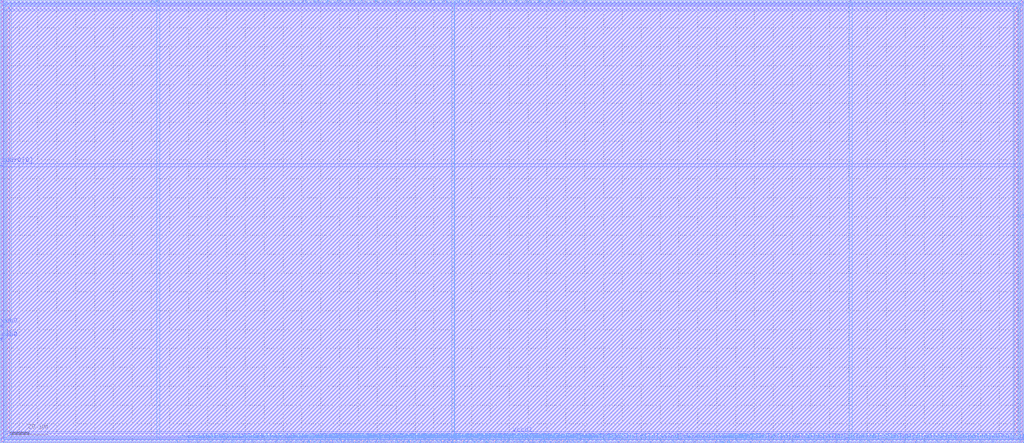
<source format=lef>
VERSION 5.4 ;
NAMESCASESENSITIVE ON ;
BUSBITCHARS "[]" ;
DIVIDERCHAR "/" ;
UNITS
  DATABASE MICRONS 2000 ;
END UNITS
MACRO sky130_sram_0kbytes_1rw1r_50x32_2
   CLASS BLOCK ;
   SIZE 543.02 BY 234.98 ;
   SYMMETRY X Y R90 ;
   PIN din0[0]
      DIRECTION INPUT ;
      PORT
         LAYER met4 ;
         RECT  240.04 0.0 240.42 1.06 ;
      END
   END din0[0]
   PIN din0[1]
      DIRECTION INPUT ;
      PORT
         LAYER met4 ;
         RECT  245.48 0.0 245.86 1.06 ;
      END
   END din0[1]
   PIN din0[2]
      DIRECTION INPUT ;
      PORT
         LAYER met4 ;
         RECT  251.6 0.0 251.98 1.06 ;
      END
   END din0[2]
   PIN din0[3]
      DIRECTION INPUT ;
      PORT
         LAYER met4 ;
         RECT  257.72 0.0 258.1 1.06 ;
      END
   END din0[3]
   PIN din0[4]
      DIRECTION INPUT ;
      PORT
         LAYER met4 ;
         RECT  262.48 0.0 262.86 1.06 ;
      END
   END din0[4]
   PIN din0[5]
      DIRECTION INPUT ;
      PORT
         LAYER met4 ;
         RECT  268.6 0.0 268.98 1.06 ;
      END
   END din0[5]
   PIN din0[6]
      DIRECTION INPUT ;
      PORT
         LAYER met4 ;
         RECT  274.04 0.0 274.42 1.06 ;
      END
   END din0[6]
   PIN din0[7]
      DIRECTION INPUT ;
      PORT
         LAYER met4 ;
         RECT  280.84 0.0 281.22 1.06 ;
      END
   END din0[7]
   PIN din0[8]
      DIRECTION INPUT ;
      PORT
         LAYER met4 ;
         RECT  286.28 0.0 286.66 1.06 ;
      END
   END din0[8]
   PIN din0[9]
      DIRECTION INPUT ;
      PORT
         LAYER met4 ;
         RECT  291.72 0.0 292.1 1.06 ;
      END
   END din0[9]
   PIN din0[10]
      DIRECTION INPUT ;
      PORT
         LAYER met4 ;
         RECT  298.52 0.0 298.9 1.06 ;
      END
   END din0[10]
   PIN din0[11]
      DIRECTION INPUT ;
      PORT
         LAYER met4 ;
         RECT  303.96 0.0 304.34 1.06 ;
      END
   END din0[11]
   PIN din0[12]
      DIRECTION INPUT ;
      PORT
         LAYER met4 ;
         RECT  310.08 0.0 310.46 1.06 ;
      END
   END din0[12]
   PIN din0[13]
      DIRECTION INPUT ;
      PORT
         LAYER met4 ;
         RECT  316.2 0.0 316.58 1.06 ;
      END
   END din0[13]
   PIN din0[14]
      DIRECTION INPUT ;
      PORT
         LAYER met4 ;
         RECT  320.96 0.0 321.34 1.06 ;
      END
   END din0[14]
   PIN din0[15]
      DIRECTION INPUT ;
      PORT
         LAYER met4 ;
         RECT  327.76 0.0 328.14 1.06 ;
      END
   END din0[15]
   PIN din0[16]
      DIRECTION INPUT ;
      PORT
         LAYER met4 ;
         RECT  332.52 0.0 332.9 1.06 ;
      END
   END din0[16]
   PIN din0[17]
      DIRECTION INPUT ;
      PORT
         LAYER met4 ;
         RECT  338.64 0.0 339.02 1.06 ;
      END
   END din0[17]
   PIN din0[18]
      DIRECTION INPUT ;
      PORT
         LAYER met4 ;
         RECT  344.76 0.0 345.14 1.06 ;
      END
   END din0[18]
   PIN din0[19]
      DIRECTION INPUT ;
      PORT
         LAYER met4 ;
         RECT  350.88 0.0 351.26 1.06 ;
      END
   END din0[19]
   PIN din0[20]
      DIRECTION INPUT ;
      PORT
         LAYER met4 ;
         RECT  357.0 0.0 357.38 1.06 ;
      END
   END din0[20]
   PIN din0[21]
      DIRECTION INPUT ;
      PORT
         LAYER met4 ;
         RECT  362.44 0.0 362.82 1.06 ;
      END
   END din0[21]
   PIN din0[22]
      DIRECTION INPUT ;
      PORT
         LAYER met4 ;
         RECT  367.88 0.0 368.26 1.06 ;
      END
   END din0[22]
   PIN din0[23]
      DIRECTION INPUT ;
      PORT
         LAYER met4 ;
         RECT  374.0 0.0 374.38 1.06 ;
      END
   END din0[23]
   PIN din0[24]
      DIRECTION INPUT ;
      PORT
         LAYER met4 ;
         RECT  379.44 0.0 379.82 1.06 ;
      END
   END din0[24]
   PIN din0[25]
      DIRECTION INPUT ;
      PORT
         LAYER met4 ;
         RECT  385.56 0.0 385.94 1.06 ;
      END
   END din0[25]
   PIN din0[26]
      DIRECTION INPUT ;
      PORT
         LAYER met4 ;
         RECT  391.0 0.0 391.38 1.06 ;
      END
   END din0[26]
   PIN din0[27]
      DIRECTION INPUT ;
      PORT
         LAYER met4 ;
         RECT  397.8 0.0 398.18 1.06 ;
      END
   END din0[27]
   PIN din0[28]
      DIRECTION INPUT ;
      PORT
         LAYER met4 ;
         RECT  402.56 0.0 402.94 1.06 ;
      END
   END din0[28]
   PIN din0[29]
      DIRECTION INPUT ;
      PORT
         LAYER met4 ;
         RECT  408.68 0.0 409.06 1.06 ;
      END
   END din0[29]
   PIN din0[30]
      DIRECTION INPUT ;
      PORT
         LAYER met4 ;
         RECT  415.48 0.0 415.86 1.06 ;
      END
   END din0[30]
   PIN din0[31]
      DIRECTION INPUT ;
      PORT
         LAYER met4 ;
         RECT  420.24 0.0 420.62 1.06 ;
      END
   END din0[31]
   PIN din0[32]
      DIRECTION INPUT ;
      PORT
         LAYER met4 ;
         RECT  427.04 0.0 427.42 1.06 ;
      END
   END din0[32]
   PIN din0[33]
      DIRECTION INPUT ;
      PORT
         LAYER met4 ;
         RECT  431.8 0.0 432.18 1.06 ;
      END
   END din0[33]
   PIN din0[34]
      DIRECTION INPUT ;
      PORT
         LAYER met4 ;
         RECT  437.92 0.0 438.3 1.06 ;
      END
   END din0[34]
   PIN din0[35]
      DIRECTION INPUT ;
      PORT
         LAYER met4 ;
         RECT  443.36 0.0 443.74 1.06 ;
      END
   END din0[35]
   PIN din0[36]
      DIRECTION INPUT ;
      PORT
         LAYER met4 ;
         RECT  449.48 0.0 449.86 1.06 ;
      END
   END din0[36]
   PIN din0[37]
      DIRECTION INPUT ;
      PORT
         LAYER met4 ;
         RECT  456.28 0.0 456.66 1.06 ;
      END
   END din0[37]
   PIN din0[38]
      DIRECTION INPUT ;
      PORT
         LAYER met4 ;
         RECT  461.04 0.0 461.42 1.06 ;
      END
   END din0[38]
   PIN din0[39]
      DIRECTION INPUT ;
      PORT
         LAYER met4 ;
         RECT  467.84 0.0 468.22 1.06 ;
      END
   END din0[39]
   PIN din0[40]
      DIRECTION INPUT ;
      PORT
         LAYER met4 ;
         RECT  472.6 0.0 472.98 1.06 ;
      END
   END din0[40]
   PIN din0[41]
      DIRECTION INPUT ;
      PORT
         LAYER met4 ;
         RECT  479.4 0.0 479.78 1.06 ;
      END
   END din0[41]
   PIN din0[42]
      DIRECTION INPUT ;
      PORT
         LAYER met4 ;
         RECT  485.52 0.0 485.9 1.06 ;
      END
   END din0[42]
   PIN din0[43]
      DIRECTION INPUT ;
      PORT
         LAYER met4 ;
         RECT  490.28 0.0 490.66 1.06 ;
      END
   END din0[43]
   PIN din0[44]
      DIRECTION INPUT ;
      PORT
         LAYER met4 ;
         RECT  497.08 0.0 497.46 1.06 ;
      END
   END din0[44]
   PIN din0[45]
      DIRECTION INPUT ;
      PORT
         LAYER met4 ;
         RECT  502.52 0.0 502.9 1.06 ;
      END
   END din0[45]
   PIN din0[46]
      DIRECTION INPUT ;
      PORT
         LAYER met4 ;
         RECT  508.64 0.0 509.02 1.06 ;
      END
   END din0[46]
   PIN din0[47]
      DIRECTION INPUT ;
      PORT
         LAYER met4 ;
         RECT  514.76 0.0 515.14 1.06 ;
      END
   END din0[47]
   PIN din0[48]
      DIRECTION INPUT ;
      PORT
         LAYER met4 ;
         RECT  520.2 0.0 520.58 1.06 ;
      END
   END din0[48]
   PIN din0[49]
      DIRECTION INPUT ;
      PORT
         LAYER met4 ;
         RECT  526.32 0.0 526.7 1.06 ;
      END
   END din0[49]
   PIN addr0[0]
      DIRECTION INPUT ;
      PORT
         LAYER met3 ;
         RECT  0.0 146.88 1.06 147.26 ;
      END
   END addr0[0]
   PIN addr0[1]
      DIRECTION INPUT ;
      PORT
         LAYER met4 ;
         RECT  83.64 233.92 84.02 234.98 ;
      END
   END addr0[1]
   PIN addr0[2]
      DIRECTION INPUT ;
      PORT
         LAYER met4 ;
         RECT  80.24 233.92 80.62 234.98 ;
      END
   END addr0[2]
   PIN addr0[3]
      DIRECTION INPUT ;
      PORT
         LAYER met4 ;
         RECT  82.96 233.92 83.34 234.98 ;
      END
   END addr0[3]
   PIN addr0[4]
      DIRECTION INPUT ;
      PORT
         LAYER met4 ;
         RECT  82.28 233.92 82.66 234.98 ;
      END
   END addr0[4]
   PIN addr1[0]
      DIRECTION INPUT ;
      PORT
         LAYER met4 ;
         RECT  382.16 0.0 382.54 1.06 ;
      END
   END addr1[0]
   PIN addr1[1]
      DIRECTION INPUT ;
      PORT
         LAYER met4 ;
         RECT  386.92 0.0 387.3 1.06 ;
      END
   END addr1[1]
   PIN addr1[2]
      DIRECTION INPUT ;
      PORT
         LAYER met4 ;
         RECT  386.24 0.0 386.62 1.06 ;
      END
   END addr1[2]
   PIN addr1[3]
      DIRECTION INPUT ;
      PORT
         LAYER met4 ;
         RECT  382.84 0.0 383.22 1.06 ;
      END
   END addr1[3]
   PIN addr1[4]
      DIRECTION INPUT ;
      PORT
         LAYER met4 ;
         RECT  383.52 0.0 383.9 1.06 ;
      END
   END addr1[4]
   PIN csb0
      DIRECTION INPUT ;
      PORT
         LAYER met3 ;
         RECT  0.0 54.4 1.06 54.78 ;
      END
   END csb0
   PIN csb1
      DIRECTION INPUT ;
      PORT
         LAYER met4 ;
         RECT  450.84 233.92 451.22 234.98 ;
      END
   END csb1
   PIN web0
      DIRECTION INPUT ;
      PORT
         LAYER met3 ;
         RECT  0.0 61.88 1.06 62.26 ;
      END
   END web0
   PIN clk0
      DIRECTION INPUT ;
      PORT
         LAYER met3 ;
         RECT  0.0 55.08 1.06 55.46 ;
      END
   END clk0
   PIN clk1
      DIRECTION INPUT ;
      PORT
         LAYER met4 ;
         RECT  433.84 233.92 434.22 234.98 ;
      END
   END clk1
   PIN wmask0[0]
      DIRECTION INPUT ;
      PORT
         LAYER met4 ;
         RECT  93.84 0.0 94.22 1.06 ;
      END
   END wmask0[0]
   PIN wmask0[1]
      DIRECTION INPUT ;
      PORT
         LAYER met4 ;
         RECT  99.96 0.0 100.34 1.06 ;
      END
   END wmask0[1]
   PIN wmask0[2]
      DIRECTION INPUT ;
      PORT
         LAYER met4 ;
         RECT  104.72 0.0 105.1 1.06 ;
      END
   END wmask0[2]
   PIN wmask0[3]
      DIRECTION INPUT ;
      PORT
         LAYER met4 ;
         RECT  111.52 0.0 111.9 1.06 ;
      END
   END wmask0[3]
   PIN wmask0[4]
      DIRECTION INPUT ;
      PORT
         LAYER met4 ;
         RECT  117.64 0.0 118.02 1.06 ;
      END
   END wmask0[4]
   PIN wmask0[5]
      DIRECTION INPUT ;
      PORT
         LAYER met4 ;
         RECT  123.08 0.0 123.46 1.06 ;
      END
   END wmask0[5]
   PIN wmask0[6]
      DIRECTION INPUT ;
      PORT
         LAYER met4 ;
         RECT  129.2 0.0 129.58 1.06 ;
      END
   END wmask0[6]
   PIN wmask0[7]
      DIRECTION INPUT ;
      PORT
         LAYER met4 ;
         RECT  133.96 0.0 134.34 1.06 ;
      END
   END wmask0[7]
   PIN wmask0[8]
      DIRECTION INPUT ;
      PORT
         LAYER met4 ;
         RECT  140.76 0.0 141.14 1.06 ;
      END
   END wmask0[8]
   PIN wmask0[9]
      DIRECTION INPUT ;
      PORT
         LAYER met4 ;
         RECT  146.2 0.0 146.58 1.06 ;
      END
   END wmask0[9]
   PIN wmask0[10]
      DIRECTION INPUT ;
      PORT
         LAYER met4 ;
         RECT  151.64 0.0 152.02 1.06 ;
      END
   END wmask0[10]
   PIN wmask0[11]
      DIRECTION INPUT ;
      PORT
         LAYER met4 ;
         RECT  157.08 0.0 157.46 1.06 ;
      END
   END wmask0[11]
   PIN wmask0[12]
      DIRECTION INPUT ;
      PORT
         LAYER met4 ;
         RECT  163.2 0.0 163.58 1.06 ;
      END
   END wmask0[12]
   PIN wmask0[13]
      DIRECTION INPUT ;
      PORT
         LAYER met4 ;
         RECT  169.32 0.0 169.7 1.06 ;
      END
   END wmask0[13]
   PIN wmask0[14]
      DIRECTION INPUT ;
      PORT
         LAYER met4 ;
         RECT  174.76 0.0 175.14 1.06 ;
      END
   END wmask0[14]
   PIN wmask0[15]
      DIRECTION INPUT ;
      PORT
         LAYER met4 ;
         RECT  180.88 0.0 181.26 1.06 ;
      END
   END wmask0[15]
   PIN wmask0[16]
      DIRECTION INPUT ;
      PORT
         LAYER met4 ;
         RECT  187.0 0.0 187.38 1.06 ;
      END
   END wmask0[16]
   PIN wmask0[17]
      DIRECTION INPUT ;
      PORT
         LAYER met4 ;
         RECT  192.44 0.0 192.82 1.06 ;
      END
   END wmask0[17]
   PIN wmask0[18]
      DIRECTION INPUT ;
      PORT
         LAYER met4 ;
         RECT  199.24 0.0 199.62 1.06 ;
      END
   END wmask0[18]
   PIN wmask0[19]
      DIRECTION INPUT ;
      PORT
         LAYER met4 ;
         RECT  204.0 0.0 204.38 1.06 ;
      END
   END wmask0[19]
   PIN wmask0[20]
      DIRECTION INPUT ;
      PORT
         LAYER met4 ;
         RECT  210.8 0.0 211.18 1.06 ;
      END
   END wmask0[20]
   PIN wmask0[21]
      DIRECTION INPUT ;
      PORT
         LAYER met4 ;
         RECT  216.92 0.0 217.3 1.06 ;
      END
   END wmask0[21]
   PIN wmask0[22]
      DIRECTION INPUT ;
      PORT
         LAYER met4 ;
         RECT  222.36 0.0 222.74 1.06 ;
      END
   END wmask0[22]
   PIN wmask0[23]
      DIRECTION INPUT ;
      PORT
         LAYER met4 ;
         RECT  227.8 0.0 228.18 1.06 ;
      END
   END wmask0[23]
   PIN wmask0[24]
      DIRECTION INPUT ;
      PORT
         LAYER met4 ;
         RECT  233.92 0.0 234.3 1.06 ;
      END
   END wmask0[24]
   PIN dout0[0]
      DIRECTION OUTPUT ;
      PORT
         LAYER met4 ;
         RECT  153.68 0.0 154.06 1.06 ;
      END
   END dout0[0]
   PIN dout0[1]
      DIRECTION OUTPUT ;
      PORT
         LAYER met4 ;
         RECT  160.48 0.0 160.86 1.06 ;
      END
   END dout0[1]
   PIN dout0[2]
      DIRECTION OUTPUT ;
      PORT
         LAYER met4 ;
         RECT  163.88 0.0 164.26 1.06 ;
      END
   END dout0[2]
   PIN dout0[3]
      DIRECTION OUTPUT ;
      PORT
         LAYER met4 ;
         RECT  166.6 0.0 166.98 1.06 ;
      END
   END dout0[3]
   PIN dout0[4]
      DIRECTION OUTPUT ;
      PORT
         LAYER met4 ;
         RECT  170.0 0.0 170.38 1.06 ;
      END
   END dout0[4]
   PIN dout0[5]
      DIRECTION OUTPUT ;
      PORT
         LAYER met4 ;
         RECT  172.72 0.0 173.1 1.06 ;
      END
   END dout0[5]
   PIN dout0[6]
      DIRECTION OUTPUT ;
      PORT
         LAYER met4 ;
         RECT  176.12 0.0 176.5 1.06 ;
      END
   END dout0[6]
   PIN dout0[7]
      DIRECTION OUTPUT ;
      PORT
         LAYER met4 ;
         RECT  178.84 0.0 179.22 1.06 ;
      END
   END dout0[7]
   PIN dout0[8]
      DIRECTION OUTPUT ;
      PORT
         LAYER met4 ;
         RECT  182.24 0.0 182.62 1.06 ;
      END
   END dout0[8]
   PIN dout0[9]
      DIRECTION OUTPUT ;
      PORT
         LAYER met4 ;
         RECT  184.96 0.0 185.34 1.06 ;
      END
   END dout0[9]
   PIN dout0[10]
      DIRECTION OUTPUT ;
      PORT
         LAYER met4 ;
         RECT  188.36 0.0 188.74 1.06 ;
      END
   END dout0[10]
   PIN dout0[11]
      DIRECTION OUTPUT ;
      PORT
         LAYER met4 ;
         RECT  189.72 0.0 190.1 1.06 ;
      END
   END dout0[11]
   PIN dout0[12]
      DIRECTION OUTPUT ;
      PORT
         LAYER met4 ;
         RECT  194.48 0.0 194.86 1.06 ;
      END
   END dout0[12]
   PIN dout0[13]
      DIRECTION OUTPUT ;
      PORT
         LAYER met4 ;
         RECT  195.84 0.0 196.22 1.06 ;
      END
   END dout0[13]
   PIN dout0[14]
      DIRECTION OUTPUT ;
      PORT
         LAYER met4 ;
         RECT  200.6 0.0 200.98 1.06 ;
      END
   END dout0[14]
   PIN dout0[15]
      DIRECTION OUTPUT ;
      PORT
         LAYER met4 ;
         RECT  201.96 0.0 202.34 1.06 ;
      END
   END dout0[15]
   PIN dout0[16]
      DIRECTION OUTPUT ;
      PORT
         LAYER met4 ;
         RECT  207.4 0.0 207.78 1.06 ;
      END
   END dout0[16]
   PIN dout0[17]
      DIRECTION OUTPUT ;
      PORT
         LAYER met4 ;
         RECT  210.12 0.0 210.5 1.06 ;
      END
   END dout0[17]
   PIN dout0[18]
      DIRECTION OUTPUT ;
      PORT
         LAYER met4 ;
         RECT  213.52 0.0 213.9 1.06 ;
      END
   END dout0[18]
   PIN dout0[19]
      DIRECTION OUTPUT ;
      PORT
         LAYER met4 ;
         RECT  216.24 0.0 216.62 1.06 ;
      END
   END dout0[19]
   PIN dout0[20]
      DIRECTION OUTPUT ;
      PORT
         LAYER met4 ;
         RECT  219.64 0.0 220.02 1.06 ;
      END
   END dout0[20]
   PIN dout0[21]
      DIRECTION OUTPUT ;
      PORT
         LAYER met4 ;
         RECT  223.04 0.0 223.42 1.06 ;
      END
   END dout0[21]
   PIN dout0[22]
      DIRECTION OUTPUT ;
      PORT
         LAYER met4 ;
         RECT  225.76 0.0 226.14 1.06 ;
      END
   END dout0[22]
   PIN dout0[23]
      DIRECTION OUTPUT ;
      PORT
         LAYER met4 ;
         RECT  231.88 0.0 232.26 1.06 ;
      END
   END dout0[23]
   PIN dout0[24]
      DIRECTION OUTPUT ;
      PORT
         LAYER met4 ;
         RECT  235.28 0.0 235.66 1.06 ;
      END
   END dout0[24]
   PIN dout0[25]
      DIRECTION OUTPUT ;
      PORT
         LAYER met4 ;
         RECT  239.36 0.0 239.74 1.06 ;
      END
   END dout0[25]
   PIN dout0[26]
      DIRECTION OUTPUT ;
      PORT
         LAYER met4 ;
         RECT  237.32 0.0 237.7 1.06 ;
      END
   END dout0[26]
   PIN dout0[27]
      DIRECTION OUTPUT ;
      PORT
         LAYER met4 ;
         RECT  241.4 0.0 241.78 1.06 ;
      END
   END dout0[27]
   PIN dout0[28]
      DIRECTION OUTPUT ;
      PORT
         LAYER met4 ;
         RECT  246.16 0.0 246.54 1.06 ;
      END
   END dout0[28]
   PIN dout0[29]
      DIRECTION OUTPUT ;
      PORT
         LAYER met4 ;
         RECT  247.52 0.0 247.9 1.06 ;
      END
   END dout0[29]
   PIN dout0[30]
      DIRECTION OUTPUT ;
      PORT
         LAYER met4 ;
         RECT  250.92 0.0 251.3 1.06 ;
      END
   END dout0[30]
   PIN dout0[31]
      DIRECTION OUTPUT ;
      PORT
         LAYER met4 ;
         RECT  253.64 0.0 254.02 1.06 ;
      END
   END dout0[31]
   PIN dout0[32]
      DIRECTION OUTPUT ;
      PORT
         LAYER met4 ;
         RECT  257.04 0.0 257.42 1.06 ;
      END
   END dout0[32]
   PIN dout0[33]
      DIRECTION OUTPUT ;
      PORT
         LAYER met4 ;
         RECT  258.4 0.0 258.78 1.06 ;
      END
   END dout0[33]
   PIN dout0[34]
      DIRECTION OUTPUT ;
      PORT
         LAYER met4 ;
         RECT  263.16 0.0 263.54 1.06 ;
      END
   END dout0[34]
   PIN dout0[35]
      DIRECTION OUTPUT ;
      PORT
         LAYER met4 ;
         RECT  266.56 0.0 266.94 1.06 ;
      END
   END dout0[35]
   PIN dout0[36]
      DIRECTION OUTPUT ;
      PORT
         LAYER met4 ;
         RECT  269.28 0.0 269.66 1.06 ;
      END
   END dout0[36]
   PIN dout0[37]
      DIRECTION OUTPUT ;
      PORT
         LAYER met4 ;
         RECT  272.68 0.0 273.06 1.06 ;
      END
   END dout0[37]
   PIN dout0[38]
      DIRECTION OUTPUT ;
      PORT
         LAYER met4 ;
         RECT  276.08 0.0 276.46 1.06 ;
      END
   END dout0[38]
   PIN dout0[39]
      DIRECTION OUTPUT ;
      PORT
         LAYER met4 ;
         RECT  276.76 0.0 277.14 1.06 ;
      END
   END dout0[39]
   PIN dout0[40]
      DIRECTION OUTPUT ;
      PORT
         LAYER met4 ;
         RECT  282.2 0.0 282.58 1.06 ;
      END
   END dout0[40]
   PIN dout0[41]
      DIRECTION OUTPUT ;
      PORT
         LAYER met4 ;
         RECT  282.88 0.0 283.26 1.06 ;
      END
   END dout0[41]
   PIN dout0[42]
      DIRECTION OUTPUT ;
      PORT
         LAYER met4 ;
         RECT  288.32 0.0 288.7 1.06 ;
      END
   END dout0[42]
   PIN dout0[43]
      DIRECTION OUTPUT ;
      PORT
         LAYER met4 ;
         RECT  289.0 0.0 289.38 1.06 ;
      END
   END dout0[43]
   PIN dout0[44]
      DIRECTION OUTPUT ;
      PORT
         LAYER met4 ;
         RECT  294.44 0.0 294.82 1.06 ;
      END
   END dout0[44]
   PIN dout0[45]
      DIRECTION OUTPUT ;
      PORT
         LAYER met4 ;
         RECT  295.8 0.0 296.18 1.06 ;
      END
   END dout0[45]
   PIN dout0[46]
      DIRECTION OUTPUT ;
      PORT
         LAYER met4 ;
         RECT  300.56 0.0 300.94 1.06 ;
      END
   END dout0[46]
   PIN dout0[47]
      DIRECTION OUTPUT ;
      PORT
         LAYER met4 ;
         RECT  301.92 0.0 302.3 1.06 ;
      END
   END dout0[47]
   PIN dout0[48]
      DIRECTION OUTPUT ;
      PORT
         LAYER met4 ;
         RECT  306.68 0.0 307.06 1.06 ;
      END
   END dout0[48]
   PIN dout0[49]
      DIRECTION OUTPUT ;
      PORT
         LAYER met4 ;
         RECT  310.76 0.0 311.14 1.06 ;
      END
   END dout0[49]
   PIN dout1[0]
      DIRECTION OUTPUT ;
      PORT
         LAYER met4 ;
         RECT  155.04 233.92 155.42 234.98 ;
      END
   END dout1[0]
   PIN dout1[1]
      DIRECTION OUTPUT ;
      PORT
         LAYER met4 ;
         RECT  160.48 233.92 160.86 234.98 ;
      END
   END dout1[1]
   PIN dout1[2]
      DIRECTION OUTPUT ;
      PORT
         LAYER met4 ;
         RECT  161.84 233.92 162.22 234.98 ;
      END
   END dout1[2]
   PIN dout1[3]
      DIRECTION OUTPUT ;
      PORT
         LAYER met4 ;
         RECT  166.6 233.92 166.98 234.98 ;
      END
   END dout1[3]
   PIN dout1[4]
      DIRECTION OUTPUT ;
      PORT
         LAYER met4 ;
         RECT  168.64 233.92 169.02 234.98 ;
      END
   END dout1[4]
   PIN dout1[5]
      DIRECTION OUTPUT ;
      PORT
         LAYER met4 ;
         RECT  173.4 233.92 173.78 234.98 ;
      END
   END dout1[5]
   PIN dout1[6]
      DIRECTION OUTPUT ;
      PORT
         LAYER met4 ;
         RECT  174.08 233.92 174.46 234.98 ;
      END
   END dout1[6]
   PIN dout1[7]
      DIRECTION OUTPUT ;
      PORT
         LAYER met4 ;
         RECT  178.84 233.92 179.22 234.98 ;
      END
   END dout1[7]
   PIN dout1[8]
      DIRECTION OUTPUT ;
      PORT
         LAYER met4 ;
         RECT  180.2 233.92 180.58 234.98 ;
      END
   END dout1[8]
   PIN dout1[9]
      DIRECTION OUTPUT ;
      PORT
         LAYER met4 ;
         RECT  185.64 233.92 186.02 234.98 ;
      END
   END dout1[9]
   PIN dout1[10]
      DIRECTION OUTPUT ;
      PORT
         LAYER met4 ;
         RECT  187.0 233.92 187.38 234.98 ;
      END
   END dout1[10]
   PIN dout1[11]
      DIRECTION OUTPUT ;
      PORT
         LAYER met4 ;
         RECT  191.76 233.92 192.14 234.98 ;
      END
   END dout1[11]
   PIN dout1[12]
      DIRECTION OUTPUT ;
      PORT
         LAYER met4 ;
         RECT  193.12 233.92 193.5 234.98 ;
      END
   END dout1[12]
   PIN dout1[13]
      DIRECTION OUTPUT ;
      PORT
         LAYER met4 ;
         RECT  198.56 233.92 198.94 234.98 ;
      END
   END dout1[13]
   PIN dout1[14]
      DIRECTION OUTPUT ;
      PORT
         LAYER met4 ;
         RECT  199.24 233.92 199.62 234.98 ;
      END
   END dout1[14]
   PIN dout1[15]
      DIRECTION OUTPUT ;
      PORT
         LAYER met4 ;
         RECT  204.0 233.92 204.38 234.98 ;
      END
   END dout1[15]
   PIN dout1[16]
      DIRECTION OUTPUT ;
      PORT
         LAYER met4 ;
         RECT  205.36 233.92 205.74 234.98 ;
      END
   END dout1[16]
   PIN dout1[17]
      DIRECTION OUTPUT ;
      PORT
         LAYER met4 ;
         RECT  210.12 233.92 210.5 234.98 ;
      END
   END dout1[17]
   PIN dout1[18]
      DIRECTION OUTPUT ;
      PORT
         LAYER met4 ;
         RECT  211.48 233.92 211.86 234.98 ;
      END
   END dout1[18]
   PIN dout1[19]
      DIRECTION OUTPUT ;
      PORT
         LAYER met4 ;
         RECT  216.92 233.92 217.3 234.98 ;
      END
   END dout1[19]
   PIN dout1[20]
      DIRECTION OUTPUT ;
      PORT
         LAYER met4 ;
         RECT  218.28 233.92 218.66 234.98 ;
      END
   END dout1[20]
   PIN dout1[21]
      DIRECTION OUTPUT ;
      PORT
         LAYER met4 ;
         RECT  222.36 233.92 222.74 234.98 ;
      END
   END dout1[21]
   PIN dout1[22]
      DIRECTION OUTPUT ;
      PORT
         LAYER met4 ;
         RECT  224.4 233.92 224.78 234.98 ;
      END
   END dout1[22]
   PIN dout1[23]
      DIRECTION OUTPUT ;
      PORT
         LAYER met4 ;
         RECT  228.48 233.92 228.86 234.98 ;
      END
   END dout1[23]
   PIN dout1[24]
      DIRECTION OUTPUT ;
      PORT
         LAYER met4 ;
         RECT  229.84 233.92 230.22 234.98 ;
      END
   END dout1[24]
   PIN dout1[25]
      DIRECTION OUTPUT ;
      PORT
         LAYER met4 ;
         RECT  235.28 233.92 235.66 234.98 ;
      END
   END dout1[25]
   PIN dout1[26]
      DIRECTION OUTPUT ;
      PORT
         LAYER met4 ;
         RECT  236.64 233.92 237.02 234.98 ;
      END
   END dout1[26]
   PIN dout1[27]
      DIRECTION OUTPUT ;
      PORT
         LAYER met4 ;
         RECT  241.4 233.92 241.78 234.98 ;
      END
   END dout1[27]
   PIN dout1[28]
      DIRECTION OUTPUT ;
      PORT
         LAYER met4 ;
         RECT  243.44 233.92 243.82 234.98 ;
      END
   END dout1[28]
   PIN dout1[29]
      DIRECTION OUTPUT ;
      PORT
         LAYER met4 ;
         RECT  248.2 233.92 248.58 234.98 ;
      END
   END dout1[29]
   PIN dout1[30]
      DIRECTION OUTPUT ;
      PORT
         LAYER met4 ;
         RECT  249.56 233.92 249.94 234.98 ;
      END
   END dout1[30]
   PIN dout1[31]
      DIRECTION OUTPUT ;
      PORT
         LAYER met4 ;
         RECT  253.64 233.92 254.02 234.98 ;
      END
   END dout1[31]
   PIN dout1[32]
      DIRECTION OUTPUT ;
      PORT
         LAYER met4 ;
         RECT  255.0 233.92 255.38 234.98 ;
      END
   END dout1[32]
   PIN dout1[33]
      DIRECTION OUTPUT ;
      PORT
         LAYER met4 ;
         RECT  259.76 233.92 260.14 234.98 ;
      END
   END dout1[33]
   PIN dout1[34]
      DIRECTION OUTPUT ;
      PORT
         LAYER met4 ;
         RECT  261.8 233.92 262.18 234.98 ;
      END
   END dout1[34]
   PIN dout1[35]
      DIRECTION OUTPUT ;
      PORT
         LAYER met4 ;
         RECT  266.56 233.92 266.94 234.98 ;
      END
   END dout1[35]
   PIN dout1[36]
      DIRECTION OUTPUT ;
      PORT
         LAYER met4 ;
         RECT  267.92 233.92 268.3 234.98 ;
      END
   END dout1[36]
   PIN dout1[37]
      DIRECTION OUTPUT ;
      PORT
         LAYER met4 ;
         RECT  273.36 233.92 273.74 234.98 ;
      END
   END dout1[37]
   PIN dout1[38]
      DIRECTION OUTPUT ;
      PORT
         LAYER met4 ;
         RECT  274.04 233.92 274.42 234.98 ;
      END
   END dout1[38]
   PIN dout1[39]
      DIRECTION OUTPUT ;
      PORT
         LAYER met4 ;
         RECT  278.8 233.92 279.18 234.98 ;
      END
   END dout1[39]
   PIN dout1[40]
      DIRECTION OUTPUT ;
      PORT
         LAYER met4 ;
         RECT  280.84 233.92 281.22 234.98 ;
      END
   END dout1[40]
   PIN dout1[41]
      DIRECTION OUTPUT ;
      PORT
         LAYER met4 ;
         RECT  285.6 233.92 285.98 234.98 ;
      END
   END dout1[41]
   PIN dout1[42]
      DIRECTION OUTPUT ;
      PORT
         LAYER met4 ;
         RECT  286.28 233.92 286.66 234.98 ;
      END
   END dout1[42]
   PIN dout1[43]
      DIRECTION OUTPUT ;
      PORT
         LAYER met4 ;
         RECT  291.04 233.92 291.42 234.98 ;
      END
   END dout1[43]
   PIN dout1[44]
      DIRECTION OUTPUT ;
      PORT
         LAYER met4 ;
         RECT  292.4 233.92 292.78 234.98 ;
      END
   END dout1[44]
   PIN dout1[45]
      DIRECTION OUTPUT ;
      PORT
         LAYER met4 ;
         RECT  297.16 233.92 297.54 234.98 ;
      END
   END dout1[45]
   PIN dout1[46]
      DIRECTION OUTPUT ;
      PORT
         LAYER met4 ;
         RECT  298.52 233.92 298.9 234.98 ;
      END
   END dout1[46]
   PIN dout1[47]
      DIRECTION OUTPUT ;
      PORT
         LAYER met4 ;
         RECT  303.96 233.92 304.34 234.98 ;
      END
   END dout1[47]
   PIN dout1[48]
      DIRECTION OUTPUT ;
      PORT
         LAYER met4 ;
         RECT  305.32 233.92 305.7 234.98 ;
      END
   END dout1[48]
   PIN dout1[49]
      DIRECTION OUTPUT ;
      PORT
         LAYER met4 ;
         RECT  310.08 233.92 310.46 234.98 ;
      END
   END dout1[49]
   PIN vccd1
      DIRECTION INOUT ;
      USE POWER ; 
      SHAPE ABUTMENT ; 
      PORT
         LAYER met3 ;
         RECT  3.4 229.84 539.62 231.58 ;
         LAYER met3 ;
         RECT  3.4 3.4 539.62 5.14 ;
         LAYER met4 ;
         RECT  3.4 3.4 5.14 231.58 ;
         LAYER met4 ;
         RECT  537.88 3.4 539.62 231.58 ;
      END
   END vccd1
   PIN vssd1
      DIRECTION INOUT ;
      USE GROUND ; 
      SHAPE ABUTMENT ; 
      PORT
         LAYER met4 ;
         RECT  0.0 0.0 1.74 234.98 ;
         LAYER met4 ;
         RECT  541.28 0.0 543.02 234.98 ;
         LAYER met3 ;
         RECT  0.0 0.0 543.02 1.74 ;
         LAYER met3 ;
         RECT  0.0 233.24 543.02 234.98 ;
      END
   END vssd1
   OBS
   LAYER  met1 ;
      RECT  0.62 0.62 542.4 234.36 ;
   LAYER  met2 ;
      RECT  0.62 0.62 542.4 234.36 ;
   LAYER  met3 ;
      RECT  1.66 146.28 542.4 147.86 ;
      RECT  0.62 62.86 1.66 146.28 ;
      RECT  0.62 56.06 1.66 61.28 ;
      RECT  1.66 147.86 2.8 229.24 ;
      RECT  1.66 229.24 2.8 232.18 ;
      RECT  2.8 147.86 540.22 229.24 ;
      RECT  540.22 147.86 542.4 229.24 ;
      RECT  540.22 229.24 542.4 232.18 ;
      RECT  1.66 2.8 2.8 5.74 ;
      RECT  1.66 5.74 2.8 146.28 ;
      RECT  2.8 5.74 540.22 146.28 ;
      RECT  540.22 2.8 542.4 5.74 ;
      RECT  540.22 5.74 542.4 146.28 ;
      RECT  0.62 2.34 1.66 53.8 ;
      RECT  1.66 2.34 2.8 2.8 ;
      RECT  2.8 2.34 540.22 2.8 ;
      RECT  540.22 2.34 542.4 2.8 ;
      RECT  0.62 147.86 1.66 232.64 ;
      RECT  1.66 232.18 2.8 232.64 ;
      RECT  2.8 232.18 540.22 232.64 ;
      RECT  540.22 232.18 542.4 232.64 ;
   LAYER  met4 ;
      RECT  317.18 0.62 320.36 1.66 ;
      RECT  321.94 0.62 327.16 1.66 ;
      RECT  328.74 0.62 331.92 1.66 ;
      RECT  333.5 0.62 338.04 1.66 ;
      RECT  339.62 0.62 344.16 1.66 ;
      RECT  345.74 0.62 350.28 1.66 ;
      RECT  351.86 0.62 356.4 1.66 ;
      RECT  357.98 0.62 361.84 1.66 ;
      RECT  363.42 0.62 367.28 1.66 ;
      RECT  368.86 0.62 373.4 1.66 ;
      RECT  374.98 0.62 378.84 1.66 ;
      RECT  391.98 0.62 397.2 1.66 ;
      RECT  398.78 0.62 401.96 1.66 ;
      RECT  403.54 0.62 408.08 1.66 ;
      RECT  409.66 0.62 414.88 1.66 ;
      RECT  416.46 0.62 419.64 1.66 ;
      RECT  421.22 0.62 426.44 1.66 ;
      RECT  428.02 0.62 431.2 1.66 ;
      RECT  432.78 0.62 437.32 1.66 ;
      RECT  438.9 0.62 442.76 1.66 ;
      RECT  444.34 0.62 448.88 1.66 ;
      RECT  450.46 0.62 455.68 1.66 ;
      RECT  457.26 0.62 460.44 1.66 ;
      RECT  462.02 0.62 467.24 1.66 ;
      RECT  468.82 0.62 472.0 1.66 ;
      RECT  473.58 0.62 478.8 1.66 ;
      RECT  480.38 0.62 484.92 1.66 ;
      RECT  486.5 0.62 489.68 1.66 ;
      RECT  491.26 0.62 496.48 1.66 ;
      RECT  498.06 0.62 501.92 1.66 ;
      RECT  503.5 0.62 508.04 1.66 ;
      RECT  509.62 0.62 514.16 1.66 ;
      RECT  515.74 0.62 519.6 1.66 ;
      RECT  521.18 0.62 525.72 1.66 ;
      RECT  83.04 1.66 84.62 233.32 ;
      RECT  84.62 1.66 239.44 233.32 ;
      RECT  81.22 233.32 81.68 234.36 ;
      RECT  380.42 0.62 381.56 1.66 ;
      RECT  387.9 0.62 390.4 1.66 ;
      RECT  384.5 0.62 384.96 1.66 ;
      RECT  241.02 1.66 450.24 233.32 ;
      RECT  450.24 1.66 451.82 233.32 ;
      RECT  434.82 233.32 450.24 234.36 ;
      RECT  94.82 0.62 99.36 1.66 ;
      RECT  100.94 0.62 104.12 1.66 ;
      RECT  105.7 0.62 110.92 1.66 ;
      RECT  112.5 0.62 117.04 1.66 ;
      RECT  118.62 0.62 122.48 1.66 ;
      RECT  124.06 0.62 128.6 1.66 ;
      RECT  130.18 0.62 133.36 1.66 ;
      RECT  134.94 0.62 140.16 1.66 ;
      RECT  141.74 0.62 145.6 1.66 ;
      RECT  147.18 0.62 151.04 1.66 ;
      RECT  152.62 0.62 153.08 1.66 ;
      RECT  154.66 0.62 156.48 1.66 ;
      RECT  158.06 0.62 159.88 1.66 ;
      RECT  161.46 0.62 162.6 1.66 ;
      RECT  164.86 0.62 166.0 1.66 ;
      RECT  167.58 0.62 168.72 1.66 ;
      RECT  170.98 0.62 172.12 1.66 ;
      RECT  173.7 0.62 174.16 1.66 ;
      RECT  177.1 0.62 178.24 1.66 ;
      RECT  179.82 0.62 180.28 1.66 ;
      RECT  183.22 0.62 184.36 1.66 ;
      RECT  185.94 0.62 186.4 1.66 ;
      RECT  190.7 0.62 191.84 1.66 ;
      RECT  193.42 0.62 193.88 1.66 ;
      RECT  196.82 0.62 198.64 1.66 ;
      RECT  202.94 0.62 203.4 1.66 ;
      RECT  204.98 0.62 206.8 1.66 ;
      RECT  208.38 0.62 209.52 1.66 ;
      RECT  211.78 0.62 212.92 1.66 ;
      RECT  214.5 0.62 215.64 1.66 ;
      RECT  217.9 0.62 219.04 1.66 ;
      RECT  220.62 0.62 221.76 1.66 ;
      RECT  224.02 0.62 225.16 1.66 ;
      RECT  226.74 0.62 227.2 1.66 ;
      RECT  228.78 0.62 231.28 1.66 ;
      RECT  232.86 0.62 233.32 1.66 ;
      RECT  236.26 0.62 236.72 1.66 ;
      RECT  238.3 0.62 238.76 1.66 ;
      RECT  242.38 0.62 244.88 1.66 ;
      RECT  248.5 0.62 250.32 1.66 ;
      RECT  252.58 0.62 253.04 1.66 ;
      RECT  254.62 0.62 256.44 1.66 ;
      RECT  259.38 0.62 261.88 1.66 ;
      RECT  264.14 0.62 265.96 1.66 ;
      RECT  267.54 0.62 268.0 1.66 ;
      RECT  270.26 0.62 272.08 1.66 ;
      RECT  275.02 0.62 275.48 1.66 ;
      RECT  277.74 0.62 280.24 1.66 ;
      RECT  283.86 0.62 285.68 1.66 ;
      RECT  287.26 0.62 287.72 1.66 ;
      RECT  289.98 0.62 291.12 1.66 ;
      RECT  292.7 0.62 293.84 1.66 ;
      RECT  296.78 0.62 297.92 1.66 ;
      RECT  299.5 0.62 299.96 1.66 ;
      RECT  302.9 0.62 303.36 1.66 ;
      RECT  304.94 0.62 306.08 1.66 ;
      RECT  307.66 0.62 309.48 1.66 ;
      RECT  311.74 0.62 315.6 1.66 ;
      RECT  84.62 233.32 154.44 234.36 ;
      RECT  156.02 233.32 159.88 234.36 ;
      RECT  162.82 233.32 166.0 234.36 ;
      RECT  167.58 233.32 168.04 234.36 ;
      RECT  169.62 233.32 172.8 234.36 ;
      RECT  175.06 233.32 178.24 234.36 ;
      RECT  181.18 233.32 185.04 234.36 ;
      RECT  187.98 233.32 191.16 234.36 ;
      RECT  194.1 233.32 197.96 234.36 ;
      RECT  200.22 233.32 203.4 234.36 ;
      RECT  206.34 233.32 209.52 234.36 ;
      RECT  212.46 233.32 216.32 234.36 ;
      RECT  219.26 233.32 221.76 234.36 ;
      RECT  223.34 233.32 223.8 234.36 ;
      RECT  225.38 233.32 227.88 234.36 ;
      RECT  230.82 233.32 234.68 234.36 ;
      RECT  237.62 233.32 239.44 234.36 ;
      RECT  239.44 1.66 240.8 233.32 ;
      RECT  239.44 233.32 240.8 234.36 ;
      RECT  240.8 1.66 241.02 233.32 ;
      RECT  242.38 233.32 242.84 234.36 ;
      RECT  244.42 233.32 247.6 234.36 ;
      RECT  250.54 233.32 253.04 234.36 ;
      RECT  255.98 233.32 259.16 234.36 ;
      RECT  260.74 233.32 261.2 234.36 ;
      RECT  262.78 233.32 265.96 234.36 ;
      RECT  268.9 233.32 272.76 234.36 ;
      RECT  275.02 233.32 278.2 234.36 ;
      RECT  279.78 233.32 280.24 234.36 ;
      RECT  281.82 233.32 285.0 234.36 ;
      RECT  287.26 233.32 290.44 234.36 ;
      RECT  293.38 233.32 296.56 234.36 ;
      RECT  299.5 233.32 303.36 234.36 ;
      RECT  306.3 233.32 309.48 234.36 ;
      RECT  311.06 233.32 433.24 234.36 ;
      RECT  2.8 1.66 5.74 2.8 ;
      RECT  2.8 232.18 5.74 233.32 ;
      RECT  5.74 1.66 83.04 2.8 ;
      RECT  5.74 2.8 83.04 232.18 ;
      RECT  5.74 232.18 83.04 233.32 ;
      RECT  451.82 1.66 537.28 2.8 ;
      RECT  451.82 2.8 537.28 232.18 ;
      RECT  451.82 232.18 537.28 233.32 ;
      RECT  537.28 1.66 540.22 2.8 ;
      RECT  537.28 232.18 540.22 233.32 ;
      RECT  2.34 233.32 79.64 234.36 ;
      RECT  2.34 0.62 93.24 1.66 ;
      RECT  2.34 1.66 2.8 2.8 ;
      RECT  2.34 2.8 2.8 232.18 ;
      RECT  2.34 232.18 2.8 233.32 ;
      RECT  527.3 0.62 540.68 1.66 ;
      RECT  451.82 233.32 540.68 234.36 ;
      RECT  540.22 1.66 540.68 2.8 ;
      RECT  540.22 2.8 540.68 232.18 ;
      RECT  540.22 232.18 540.68 233.32 ;
   END
END    sky130_sram_0kbytes_1rw1r_50x32_2
END    LIBRARY

</source>
